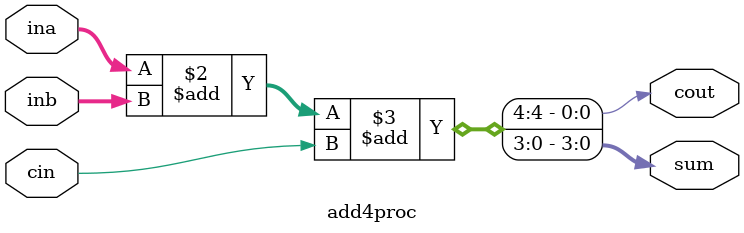
<source format=sv>
`timescale 1ps/1ps
module add4proc (
    input logic [3:0] ina, inb,
    input logic cin,
    output logic cout,
    output logic [3:0] sum
);
// Combinational procedural (equivalent to your assign)
always_comb begin
    {cout, sum} = ina + inb + cin;
end 
endmodule
</source>
